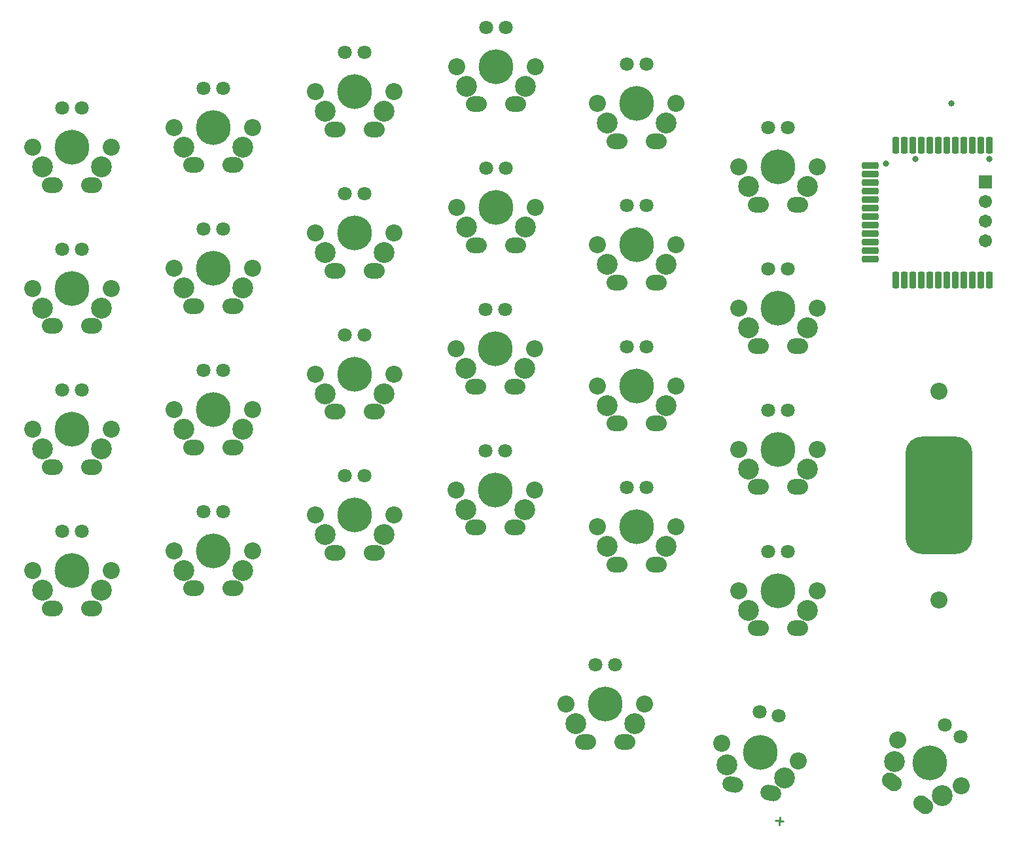
<source format=gts>
G04*
G04 #@! TF.GenerationSoftware,Altium Limited,Altium Designer,23.0.1 (38)*
G04*
G04 Layer_Color=8388736*
%FSLAX44Y44*%
%MOMM*%
G71*
G04*
G04 #@! TF.SameCoordinates,0B1D91C4-5DF2-49A7-A8E5-8765CD2E41FD*
G04*
G04*
G04 #@! TF.FilePolarity,Negative*
G04*
G01*
G75*
%ADD14C,0.2500*%
G04:AMPARAMS|DCode=15|XSize=0.9032mm|YSize=2.2032mm|CornerRadius=0.2766mm|HoleSize=0mm|Usage=FLASHONLY|Rotation=270.000|XOffset=0mm|YOffset=0mm|HoleType=Round|Shape=RoundedRectangle|*
%AMROUNDEDRECTD15*
21,1,0.9032,1.6500,0,0,270.0*
21,1,0.3500,2.2032,0,0,270.0*
1,1,0.5532,-0.8250,-0.1750*
1,1,0.5532,-0.8250,0.1750*
1,1,0.5532,0.8250,0.1750*
1,1,0.5532,0.8250,-0.1750*
%
%ADD15ROUNDEDRECTD15*%
G04:AMPARAMS|DCode=16|XSize=0.9032mm|YSize=2.2032mm|CornerRadius=0.2766mm|HoleSize=0mm|Usage=FLASHONLY|Rotation=0.000|XOffset=0mm|YOffset=0mm|HoleType=Round|Shape=RoundedRectangle|*
%AMROUNDEDRECTD16*
21,1,0.9032,1.6500,0,0,0.0*
21,1,0.3500,2.2032,0,0,0.0*
1,1,0.5532,0.1750,-0.8250*
1,1,0.5532,-0.1750,-0.8250*
1,1,0.5532,-0.1750,0.8250*
1,1,0.5532,0.1750,0.8250*
%
%ADD16ROUNDEDRECTD16*%
G04:AMPARAMS|DCode=17|XSize=15.2032mm|YSize=8.7032mm|CornerRadius=2.2266mm|HoleSize=0mm|Usage=FLASHONLY|Rotation=90.000|XOffset=0mm|YOffset=0mm|HoleType=Round|Shape=RoundedRectangle|*
%AMROUNDEDRECTD17*
21,1,15.2032,4.2500,0,0,90.0*
21,1,10.7500,8.7032,0,0,90.0*
1,1,4.4532,2.1250,5.3750*
1,1,4.4532,2.1250,-5.3750*
1,1,4.4532,-2.1250,-5.3750*
1,1,4.4532,-2.1250,5.3750*
%
%ADD17ROUNDEDRECTD17*%
%ADD18C,1.8032*%
%ADD19C,4.5032*%
%ADD20C,2.2032*%
%ADD21C,2.7032*%
%ADD22O,2.7032X2.0032*%
G04:AMPARAMS|DCode=23|XSize=2.7032mm|YSize=2.0032mm|CornerRadius=0mm|HoleSize=0mm|Usage=FLASHONLY|Rotation=324.200|XOffset=0mm|YOffset=0mm|HoleType=Round|Shape=Round|*
%AMOVALD23*
21,1,0.7000,2.0032,0.0000,0.0000,324.2*
1,1,2.0032,-0.2839,0.2047*
1,1,2.0032,0.2839,-0.2047*
%
%ADD23OVALD23*%

G04:AMPARAMS|DCode=24|XSize=2.7032mm|YSize=2.0032mm|CornerRadius=0mm|HoleSize=0mm|Usage=FLASHONLY|Rotation=347.200|XOffset=0mm|YOffset=0mm|HoleType=Round|Shape=Round|*
%AMOVALD24*
21,1,0.7000,2.0032,0.0000,0.0000,347.2*
1,1,2.0032,-0.3413,0.0775*
1,1,2.0032,0.3413,-0.0775*
%
%ADD24OVALD24*%

%ADD25R,1.7032X1.7032*%
%ADD26C,1.7032*%
%ADD27C,0.8032*%
D14*
X1015763Y73700D02*
X1016774Y83648D01*
X1011294Y79180D02*
X1021243Y78169D01*
D15*
X1133754Y849497D02*
D03*
Y827497D02*
D03*
Y838497D02*
D03*
Y805497D02*
D03*
Y816497D02*
D03*
Y882497D02*
D03*
Y904497D02*
D03*
Y915497D02*
D03*
Y926497D02*
D03*
Y893497D02*
D03*
Y860497D02*
D03*
Y871497D02*
D03*
D16*
X1287754Y778997D02*
D03*
X1210754D02*
D03*
X1265754D02*
D03*
X1254754D02*
D03*
X1243754D02*
D03*
X1232754D02*
D03*
X1221754D02*
D03*
X1199754D02*
D03*
X1188754D02*
D03*
X1177754D02*
D03*
X1166754D02*
D03*
X1276754D02*
D03*
X1265754Y952997D02*
D03*
X1188754D02*
D03*
X1276754D02*
D03*
X1177754D02*
D03*
X1199754D02*
D03*
X1210754D02*
D03*
X1221754D02*
D03*
X1232754D02*
D03*
X1243754D02*
D03*
X1254754D02*
D03*
X1166754D02*
D03*
X1287754D02*
D03*
D17*
X1222500Y500000D02*
D03*
D18*
X636305Y923252D02*
D03*
X661705D02*
D03*
X479210Y1073061D02*
D03*
X453810D02*
D03*
X819149Y1057884D02*
D03*
X844549D02*
D03*
X1250499Y187863D02*
D03*
X1229898Y202721D02*
D03*
X990219Y220126D02*
D03*
X1014988Y214499D02*
D03*
X803200Y280800D02*
D03*
X777800D02*
D03*
X1001958Y427764D02*
D03*
X1027358D02*
D03*
X113730Y453524D02*
D03*
X88330D02*
D03*
X88386Y636153D02*
D03*
X113786D02*
D03*
X113843Y818782D02*
D03*
X88443D02*
D03*
X88499Y1001412D02*
D03*
X113899D02*
D03*
X296360Y479199D02*
D03*
X270960D02*
D03*
X453600Y525173D02*
D03*
X479000D02*
D03*
X296400Y661829D02*
D03*
X271000D02*
D03*
X1001861Y610409D02*
D03*
X1027261D02*
D03*
X1027317Y793038D02*
D03*
X1001917D02*
D03*
X636248Y740623D02*
D03*
X661648D02*
D03*
X844289Y875255D02*
D03*
X818889D02*
D03*
X271100Y1027087D02*
D03*
X296500D02*
D03*
Y844458D02*
D03*
X271100D02*
D03*
X453753Y890432D02*
D03*
X479153D02*
D03*
X1027252Y975667D02*
D03*
X1001852D02*
D03*
X636361Y1105881D02*
D03*
X661761D02*
D03*
X661592Y557994D02*
D03*
X636192D02*
D03*
X818833Y692626D02*
D03*
X844233D02*
D03*
X844177Y509997D02*
D03*
X818777D02*
D03*
X453697Y707803D02*
D03*
X479097D02*
D03*
D19*
X649005Y872452D02*
D03*
X466510Y1022261D02*
D03*
X831849Y1007084D02*
D03*
X1210482Y154090D02*
D03*
X991349Y167775D02*
D03*
X790500Y230000D02*
D03*
X1014658Y376964D02*
D03*
X101030Y402724D02*
D03*
X101086Y585353D02*
D03*
X101143Y767982D02*
D03*
X101199Y950611D02*
D03*
X283660Y428399D02*
D03*
X466300Y474374D02*
D03*
X283700Y611029D02*
D03*
X1014561Y559609D02*
D03*
X1014617Y742238D02*
D03*
X648948Y689823D02*
D03*
X831589Y824455D02*
D03*
X283800Y976287D02*
D03*
Y793658D02*
D03*
X466453Y839632D02*
D03*
X1014552Y924867D02*
D03*
X649061Y1055081D02*
D03*
X648892Y507194D02*
D03*
X831533Y641826D02*
D03*
X831477Y459197D02*
D03*
X466397Y657003D02*
D03*
D20*
X699805Y872452D02*
D03*
X598205D02*
D03*
X415709Y1022261D02*
D03*
X517309D02*
D03*
X882649Y1007084D02*
D03*
X781049D02*
D03*
X1169280Y183806D02*
D03*
X1251684Y124374D02*
D03*
X1040886Y156520D02*
D03*
X941811Y179030D02*
D03*
X739700Y230000D02*
D03*
X841300D02*
D03*
X1065458Y376964D02*
D03*
X963858D02*
D03*
X50230Y402724D02*
D03*
X151830D02*
D03*
X151886Y585353D02*
D03*
X50286D02*
D03*
X50343Y767982D02*
D03*
X151943D02*
D03*
X151999Y950611D02*
D03*
X50399D02*
D03*
X232860Y428399D02*
D03*
X334460D02*
D03*
X517100Y474374D02*
D03*
X415500D02*
D03*
X232900Y611029D02*
D03*
X334500D02*
D03*
X1065361Y559609D02*
D03*
X963761D02*
D03*
X963817Y742238D02*
D03*
X1065417D02*
D03*
X699748Y689823D02*
D03*
X598148D02*
D03*
X780789Y824455D02*
D03*
X882389D02*
D03*
X334600Y976287D02*
D03*
X233000D02*
D03*
Y793658D02*
D03*
X334600D02*
D03*
X517253Y839632D02*
D03*
X415653D02*
D03*
X963752Y924867D02*
D03*
X1065352D02*
D03*
X699861Y1055081D02*
D03*
X598261D02*
D03*
X598092Y507194D02*
D03*
X699692D02*
D03*
X882333Y641826D02*
D03*
X780733D02*
D03*
X780677Y459197D02*
D03*
X882277D02*
D03*
X517197Y657003D02*
D03*
X415597D02*
D03*
X1222500Y635000D02*
D03*
Y365000D02*
D03*
D21*
X687105Y847052D02*
D03*
X610905D02*
D03*
X428410Y996861D02*
D03*
X504609D02*
D03*
X869949Y981684D02*
D03*
X793749D02*
D03*
X1164723Y155775D02*
D03*
X1226526Y111202D02*
D03*
X1022875Y134565D02*
D03*
X948568Y151447D02*
D03*
X752400Y204600D02*
D03*
X828600D02*
D03*
X1052758Y351564D02*
D03*
X976558D02*
D03*
X62930Y377324D02*
D03*
X139130D02*
D03*
X139186Y559953D02*
D03*
X62986D02*
D03*
X63043Y742582D02*
D03*
X139243D02*
D03*
X139299Y925211D02*
D03*
X63099D02*
D03*
X245560Y402999D02*
D03*
X321760D02*
D03*
X504400Y448974D02*
D03*
X428200D02*
D03*
X245600Y585629D02*
D03*
X321800D02*
D03*
X1052661Y534209D02*
D03*
X976461D02*
D03*
X976517Y716838D02*
D03*
X1052717D02*
D03*
X687048Y664423D02*
D03*
X610848D02*
D03*
X793489Y799055D02*
D03*
X869689D02*
D03*
X321900Y950887D02*
D03*
X245700D02*
D03*
Y768258D02*
D03*
X321900D02*
D03*
X504553Y814232D02*
D03*
X428353D02*
D03*
X976452Y899467D02*
D03*
X1052652D02*
D03*
X687161Y1029681D02*
D03*
X610961D02*
D03*
X610792Y481794D02*
D03*
X686992D02*
D03*
X869633Y616426D02*
D03*
X793433D02*
D03*
X793377Y433797D02*
D03*
X869577D02*
D03*
X504497Y631603D02*
D03*
X428297D02*
D03*
D22*
X623605Y823684D02*
D03*
X674405D02*
D03*
X491909Y973493D02*
D03*
X441110D02*
D03*
X806449Y958316D02*
D03*
X857249D02*
D03*
X815900Y181232D02*
D03*
X765100D02*
D03*
X989258Y328196D02*
D03*
X1040058D02*
D03*
X126430Y353956D02*
D03*
X75630D02*
D03*
X75686Y536585D02*
D03*
X126486D02*
D03*
X126543Y719214D02*
D03*
X75743D02*
D03*
X75799Y901843D02*
D03*
X126599D02*
D03*
X309060Y379631D02*
D03*
X258260D02*
D03*
X440900Y425606D02*
D03*
X491700D02*
D03*
X309100Y562261D02*
D03*
X258300D02*
D03*
X989161Y510841D02*
D03*
X1039961D02*
D03*
X1040017Y693470D02*
D03*
X989217D02*
D03*
X623548Y641055D02*
D03*
X674348D02*
D03*
X856989Y775687D02*
D03*
X806189D02*
D03*
X258400Y927519D02*
D03*
X309200D02*
D03*
Y744890D02*
D03*
X258400D02*
D03*
X441053Y790864D02*
D03*
X491853D02*
D03*
X1039952Y876099D02*
D03*
X989152D02*
D03*
X623661Y1006313D02*
D03*
X674461D02*
D03*
X674292Y458426D02*
D03*
X623492D02*
D03*
X806133Y593058D02*
D03*
X856933D02*
D03*
X856877Y410429D02*
D03*
X806077D02*
D03*
X440997Y608235D02*
D03*
X491797D02*
D03*
D23*
X1202556Y99678D02*
D03*
X1161354Y129394D02*
D03*
D24*
X955776Y125846D02*
D03*
X1005313Y114592D02*
D03*
D25*
X1282500Y905800D02*
D03*
D26*
Y880400D02*
D03*
Y855000D02*
D03*
Y829600D02*
D03*
D27*
X1192500Y935000D02*
D03*
X1287564Y935063D02*
D03*
X1153658Y929840D02*
D03*
X1238702Y1007084D02*
D03*
M02*

</source>
